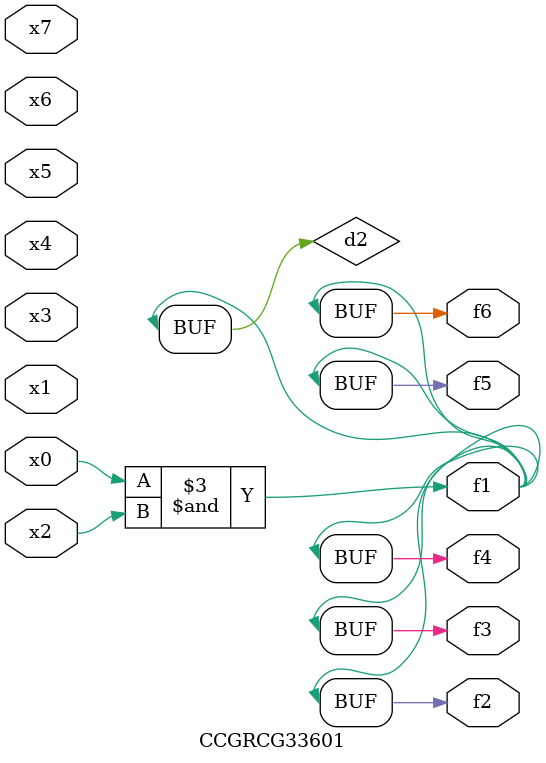
<source format=v>
module CCGRCG33601(
	input x0, x1, x2, x3, x4, x5, x6, x7,
	output f1, f2, f3, f4, f5, f6
);

	wire d1, d2;

	nor (d1, x3, x6);
	and (d2, x0, x2);
	assign f1 = d2;
	assign f2 = d2;
	assign f3 = d2;
	assign f4 = d2;
	assign f5 = d2;
	assign f6 = d2;
endmodule

</source>
